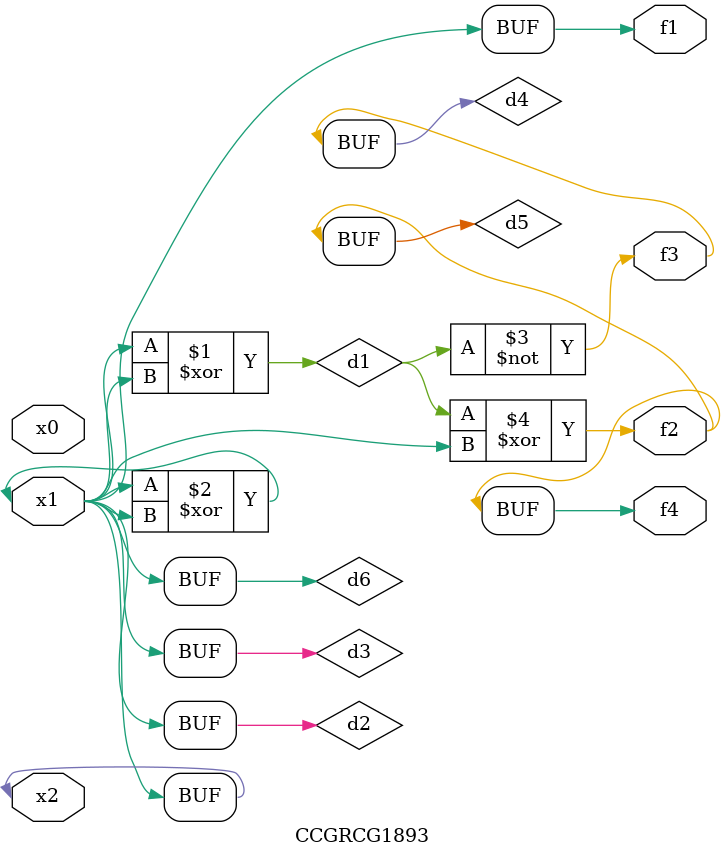
<source format=v>
module CCGRCG1893(
	input x0, x1, x2,
	output f1, f2, f3, f4
);

	wire d1, d2, d3, d4, d5, d6;

	xor (d1, x1, x2);
	buf (d2, x1, x2);
	xor (d3, x1, x2);
	nor (d4, d1);
	xor (d5, d1, d2);
	buf (d6, d2, d3);
	assign f1 = d6;
	assign f2 = d5;
	assign f3 = d4;
	assign f4 = d5;
endmodule

</source>
